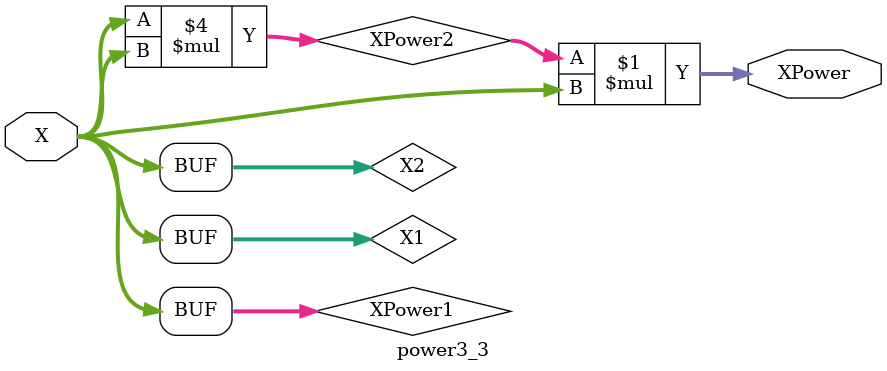
<source format=v>
module power3_3(
output	[7:0]	XPower,
input	[7:0]	X
);

reg	[7:0]	XPower1, XPower2;
reg	[7:0]	X1, X2;

assign XPower = XPower2 * X2;

always @* begin
	X1 = X;
	XPower1 = X;
end

always @* begin
	X2 = X1;
	XPower2 = XPower1 * X1;
end
endmodule

</source>
